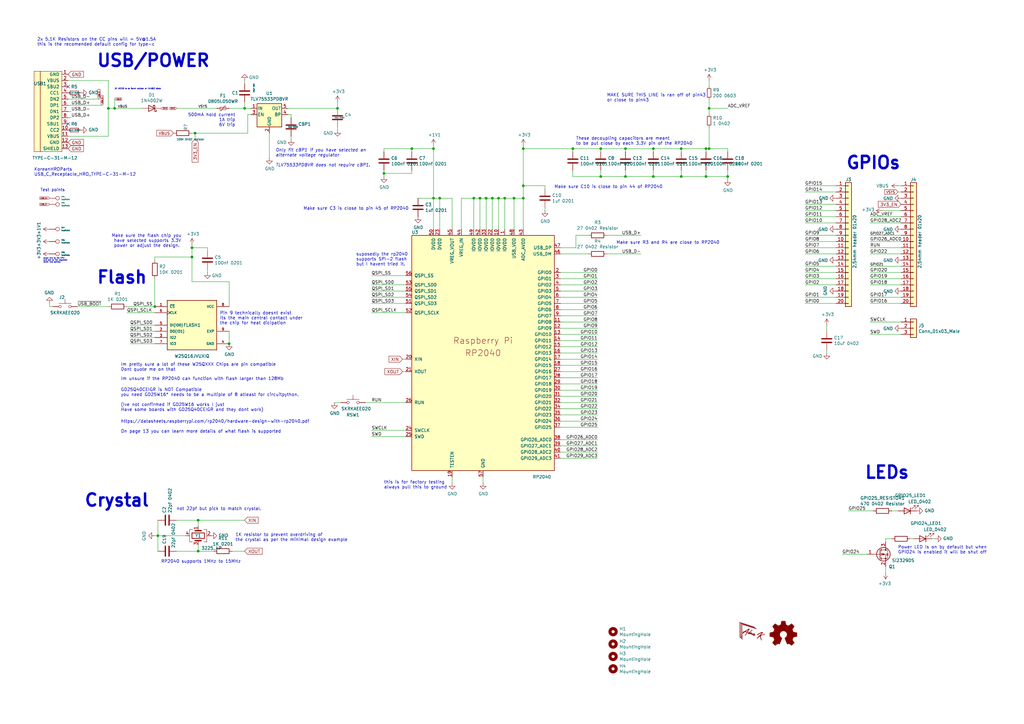
<source format=kicad_sch>
(kicad_sch (version 20211123) (generator eeschema)
  (paper "A3")
  (title_block (title "Raspberry Pi Pico Clone") (date "2020-12-18") (rev "REV1") (company "Envious.Design"))
  (junction (at 64.77 219.71))
  (junction (at 279.4 72.39))
  (junction (at 267.97 72.39))
  (junction (at 78.74 105.41))
  (junction (at 246.38 72.39))
  (junction (at 246.38 60.96))
  (junction (at 289.56 72.39))
  (junction (at 168.91 60.96))
  (junction (at 279.4 60.96))
  (junction (at 100.33 44.45))
  (junction (at 290.83 60.96))
  (junction (at 157.48 71.12))
  (junction (at 196.85 81.28))
  (junction (at 214.63 60.96))
  (junction (at 256.54 60.96))
  (junction (at 180.34 81.28))
  (junction (at 78.74 101.6))
  (junction (at 177.8 81.28))
  (junction (at 81.28 226.06))
  (junction (at 256.54 72.39))
  (junction (at 201.93 81.28))
  (junction (at 234.95 60.96))
  (junction (at 81.28 213.36))
  (junction (at 46.99 44.45))
  (junction (at 207.01 81.28))
  (junction (at 93.98 140.97))
  (junction (at 204.47 81.28))
  (junction (at 194.31 81.28))
  (junction (at 298.45 72.39))
  (junction (at 289.56 60.96))
  (junction (at 214.63 76.2))
  (junction (at 80.01 54.61))
  (junction (at 214.63 81.28))
  (junction (at 63.5 125.73))
  (junction (at 44.45 44.45))
  (junction (at 210.82 81.28))
  (junction (at 267.97 60.96))
  (junction (at 290.83 44.45))
  (junction (at 199.39 81.28))
  (junction (at 138.43 44.45))
  (junction (at 177.8 60.96))
  (no_connect (at 27.94 50.8))
  (no_connect (at 27.94 35.56))
  (wire (pts (xy 93.98 125.73) (xy 93.98 115.57)))
  (wire (pts (xy 229.87 104.14) (xy 241.3 104.14)))
  (wire (pts (xy 80.01 54.61) (xy 101.6 54.61)))
  (wire (pts (xy 199.39 81.28) (xy 201.93 81.28)))
  (wire (pts (xy 342.9 76.2) (xy 330.2 76.2)))
  (wire (pts (xy 177.8 81.28) (xy 177.8 93.98)))
  (wire (pts (xy 139.7 165.1) (xy 137.16 165.1)))
  (wire (pts (xy 214.63 81.28) (xy 214.63 93.98)))
  (wire (pts (xy 342.9 121.92) (xy 330.2 121.92)))
  (wire (pts (xy 229.87 185.42) (xy 245.11 185.42)))
  (wire (pts (xy 157.48 71.12) (xy 157.48 72.39)))
  (wire (pts (xy 63.5 114.3) (xy 63.5 125.73)))
  (wire (pts (xy 229.87 119.38) (xy 245.11 119.38)))
  (wire (pts (xy 290.83 44.45) (xy 290.83 46.99)))
  (wire (pts (xy 339.09 143.51) (xy 339.09 144.78)))
  (wire (pts (xy 289.56 69.85) (xy 289.56 72.39)))
  (wire (pts (xy 339.09 133.35) (xy 339.09 135.89)))
  (wire (pts (xy 53.34 135.89) (xy 63.5 135.89)))
  (wire (pts (xy 267.97 62.23) (xy 267.97 60.96)))
  (wire (pts (xy 214.63 76.2) (xy 223.52 76.2)))
  (wire (pts (xy 290.83 60.96) (xy 298.45 60.96)))
  (wire (pts (xy 279.4 62.23) (xy 279.4 60.96)))
  (wire (pts (xy 199.39 93.98) (xy 199.39 81.28)))
  (wire (pts (xy 27.94 40.64) (xy 40.64 40.64)))
  (wire (pts (xy 207.01 81.28) (xy 210.82 81.28)))
  (wire (pts (xy 229.87 154.94) (xy 245.11 154.94)))
  (wire (pts (xy 44.45 44.45) (xy 46.99 44.45)))
  (wire (pts (xy 85.09 101.6) (xy 78.74 101.6)))
  (wire (pts (xy 356.87 137.16) (xy 369.57 137.16)))
  (wire (pts (xy 363.22 234.95) (xy 363.22 232.41)))
  (wire (pts (xy 204.47 93.98) (xy 204.47 81.28)))
  (wire (pts (xy 177.8 59.69) (xy 177.8 60.96)))
  (wire (pts (xy 81.28 215.9) (xy 81.28 213.36)))
  (wire (pts (xy 214.63 60.96) (xy 234.95 60.96)))
  (wire (pts (xy 229.87 175.26) (xy 245.11 175.26)))
  (wire (pts (xy 185.42 93.98) (xy 185.42 81.28)))
  (wire (pts (xy 369.57 114.3) (xy 356.87 114.3)))
  (wire (pts (xy 81.28 213.36) (xy 100.33 213.36)))
  (wire (pts (xy 185.42 195.58) (xy 185.42 198.12)))
  (wire (pts (xy 85.09 102.87) (xy 85.09 101.6)))
  (wire (pts (xy 369.57 132.08) (xy 356.87 132.08)))
  (wire (pts (xy 229.87 137.16) (xy 245.11 137.16)))
  (wire (pts (xy 149.86 165.1) (xy 166.37 165.1)))
  (wire (pts (xy 290.83 60.96) (xy 290.83 52.07)))
  (wire (pts (xy 330.2 104.14) (xy 342.9 104.14)))
  (wire (pts (xy 229.87 182.88) (xy 245.11 182.88)))
  (wire (pts (xy 166.37 152.4) (xy 165.1 152.4)))
  (wire (pts (xy 78.74 105.41) (xy 78.74 115.57)))
  (wire (pts (xy 119.38 46.99) (xy 118.11 46.99)))
  (wire (pts (xy 20.32 125.73) (xy 20.32 124.46)))
  (wire (pts (xy 85.09 110.49) (xy 85.09 111.76)))
  (wire (pts (xy 236.22 96.52) (xy 241.3 96.52)))
  (wire (pts (xy 229.87 134.62) (xy 245.11 134.62)))
  (wire (pts (xy 298.45 73.66) (xy 298.45 72.39)))
  (wire (pts (xy 64.77 219.71) (xy 64.77 213.36)))
  (wire (pts (xy 368.3 76.2) (xy 369.57 76.2)))
  (wire (pts (xy 201.93 81.28) (xy 204.47 81.28)))
  (wire (pts (xy 369.57 88.9) (xy 356.87 88.9)))
  (wire (pts (xy 342.9 101.6) (xy 330.2 101.6)))
  (wire (pts (xy 229.87 167.64) (xy 245.11 167.64)))
  (wire (pts (xy 87.63 226.06) (xy 81.28 226.06)))
  (wire (pts (xy 166.37 128.27) (xy 152.4 128.27)))
  (wire (pts (xy 194.31 81.28) (xy 196.85 81.28)))
  (wire (pts (xy 369.57 96.52) (xy 356.87 96.52)))
  (wire (pts (xy 101.6 46.99) (xy 101.6 54.61)))
  (wire (pts (xy 138.43 41.91) (xy 138.43 44.45)))
  (wire (pts (xy 180.34 81.28) (xy 177.8 81.28)))
  (wire (pts (xy 246.38 62.23) (xy 246.38 60.96)))
  (wire (pts (xy 100.33 34.29) (xy 100.33 33.02)))
  (wire (pts (xy 290.83 40.64) (xy 290.83 44.45)))
  (wire (pts (xy 234.95 69.85) (xy 234.95 72.39)))
  (wire (pts (xy 44.45 44.45) (xy 44.45 55.88)))
  (wire (pts (xy 229.87 157.48) (xy 245.11 157.48)))
  (wire (pts (xy 289.56 72.39) (xy 279.4 72.39)))
  (wire (pts (xy 374.65 220.98) (xy 373.38 220.98)))
  (wire (pts (xy 248.92 104.14) (xy 262.89 104.14)))
  (wire (pts (xy 152.4 121.92) (xy 166.37 121.92)))
  (wire (pts (xy 369.57 78.74) (xy 368.3 78.74)))
  (wire (pts (xy 21.59 125.73) (xy 20.32 125.73)))
  (wire (pts (xy 369.57 121.92) (xy 356.87 121.92)))
  (wire (pts (xy 168.91 62.23) (xy 168.91 60.96)))
  (wire (pts (xy 345.44 227.33) (xy 355.6 227.33)))
  (wire (pts (xy 214.63 59.69) (xy 214.63 60.96)))
  (wire (pts (xy 64.77 226.06) (xy 64.77 219.71)))
  (wire (pts (xy 93.98 140.97) (xy 93.98 135.89)))
  (wire (pts (xy 189.23 81.28) (xy 194.31 81.28)))
  (wire (pts (xy 166.37 176.53) (xy 152.4 176.53)))
  (wire (pts (xy 81.28 226.06) (xy 72.39 226.06)))
  (wire (pts (xy 81.28 226.06) (xy 81.28 223.52)))
  (wire (pts (xy 168.91 60.96) (xy 177.8 60.96)))
  (wire (pts (xy 356.87 101.6) (xy 369.57 101.6)))
  (wire (pts (xy 289.56 72.39) (xy 298.45 72.39)))
  (wire (pts (xy 365.76 209.55) (xy 368.3 209.55)))
  (wire (pts (xy 229.87 165.1) (xy 245.11 165.1)))
  (wire (pts (xy 44.45 55.88) (xy 27.94 55.88)))
  (wire (pts (xy 100.33 44.45) (xy 102.87 44.45)))
  (wire (pts (xy 229.87 111.76) (xy 245.11 111.76)))
  (wire (pts (xy 80.01 54.61) (xy 80.01 57.15)))
  (wire (pts (xy 279.4 72.39) (xy 267.97 72.39)))
  (wire (pts (xy 342.9 124.46) (xy 330.2 124.46)))
  (wire (pts (xy 289.56 60.96) (xy 289.56 62.23)))
  (wire (pts (xy 229.87 170.18) (xy 245.11 170.18)))
  (wire (pts (xy 267.97 72.39) (xy 256.54 72.39)))
  (wire (pts (xy 52.07 125.73) (xy 63.5 125.73)))
  (wire (pts (xy 342.9 111.76) (xy 330.2 111.76)))
  (wire (pts (xy 229.87 101.6) (xy 236.22 101.6)))
  (wire (pts (xy 196.85 93.98) (xy 196.85 81.28)))
  (wire (pts (xy 342.9 116.84) (xy 330.2 116.84)))
  (wire (pts (xy 44.45 125.73) (xy 31.75 125.73)))
  (wire (pts (xy 298.45 69.85) (xy 298.45 72.39)))
  (wire (pts (xy 369.57 124.46) (xy 356.87 124.46)))
  (wire (pts (xy 358.14 209.55) (xy 347.98 209.55)))
  (wire (pts (xy 72.39 44.45) (xy 88.9 44.45)))
  (wire (pts (xy 248.92 96.52) (xy 262.89 96.52)))
  (wire (pts (xy 246.38 60.96) (xy 256.54 60.96)))
  (wire (pts (xy 210.82 93.98) (xy 210.82 81.28)))
  (wire (pts (xy 342.9 99.06) (xy 330.2 99.06)))
  (wire (pts (xy 118.11 44.45) (xy 138.43 44.45)))
  (wire (pts (xy 229.87 149.86) (xy 245.11 149.86)))
  (wire (pts (xy 44.45 33.02) (xy 44.45 44.45)))
  (wire (pts (xy 223.52 77.47) (xy 223.52 76.2)))
  (wire (pts (xy 64.77 219.71) (xy 63.5 219.71)))
  (wire (pts (xy 256.54 62.23) (xy 256.54 60.96)))
  (wire (pts (xy 236.22 96.52) (xy 236.22 101.6)))
  (wire (pts (xy 369.57 99.06) (xy 356.87 99.06)))
  (wire (pts (xy 342.9 114.3) (xy 330.2 114.3)))
  (wire (pts (xy 95.25 226.06) (xy 100.33 226.06)))
  (wire (pts (xy 382.27 220.98) (xy 383.54 220.98)))
  (wire (pts (xy 194.31 93.98) (xy 194.31 81.28)))
  (wire (pts (xy 166.37 113.03) (xy 152.4 113.03)))
  (wire (pts (xy 177.8 60.96) (xy 177.8 81.28)))
  (wire (pts (xy 369.57 91.44) (xy 356.87 91.44)))
  (wire (pts (xy 256.54 69.85) (xy 256.54 72.39)))
  (wire (pts (xy 342.9 78.74) (xy 330.2 78.74)))
  (wire (pts (xy 157.48 60.96) (xy 168.91 60.96)))
  (wire (pts (xy 229.87 160.02) (xy 245.11 160.02)))
  (wire (pts (xy 152.4 116.84) (xy 166.37 116.84)))
  (wire (pts (xy 369.57 104.14) (xy 356.87 104.14)))
  (wire (pts (xy 210.82 81.28) (xy 214.63 81.28)))
  (wire (pts (xy 363.22 220.98) (xy 365.76 220.98)))
  (wire (pts (xy 27.94 33.02) (xy 44.45 33.02)))
  (wire (pts (xy 46.99 44.45) (xy 46.99 40.64)))
  (wire (pts (xy 256.54 60.96) (xy 267.97 60.96)))
  (wire (pts (xy 229.87 116.84) (xy 245.11 116.84)))
  (wire (pts (xy 180.34 93.98) (xy 180.34 81.28)))
  (wire (pts (xy 342.9 96.52) (xy 330.2 96.52)))
  (wire (pts (xy 342.9 86.36) (xy 330.2 86.36)))
  (wire (pts (xy 27.94 45.72) (xy 29.21 45.72)))
  (wire (pts (xy 101.6 46.99) (xy 102.87 46.99)))
  (wire (pts (xy 214.63 60.96) (xy 214.63 76.2)))
  (wire (pts (xy 330.2 91.44) (xy 342.9 91.44)))
  (wire (pts (xy 234.95 60.96) (xy 246.38 60.96)))
  (wire (pts (xy 229.87 114.3) (xy 245.11 114.3)))
  (wire (pts (xy 110.49 54.61) (xy 110.49 64.77)))
  (wire (pts (xy 201.93 93.98) (xy 201.93 81.28)))
  (wire (pts (xy 52.07 128.27) (xy 63.5 128.27)))
  (wire (pts (xy 138.43 52.07) (xy 138.43 53.34)))
  (wire (pts (xy 63.5 105.41) (xy 78.74 105.41)))
  (wire (pts (xy 223.52 85.09) (xy 223.52 86.36)))
  (wire (pts (xy 342.9 88.9) (xy 330.2 88.9)))
  (wire (pts (xy 229.87 121.92) (xy 245.11 121.92)))
  (wire (pts (xy 234.95 72.39) (xy 246.38 72.39)))
  (wire (pts (xy 246.38 72.39) (xy 256.54 72.39)))
  (wire (pts (xy 207.01 81.28) (xy 207.01 93.98)))
  (wire (pts (xy 229.87 162.56) (xy 245.11 162.56)))
  (wire (pts (xy 361.95 86.36) (xy 369.57 86.36)))
  (wire (pts (xy 157.48 71.12) (xy 168.91 71.12)))
  (wire (pts (xy 369.57 116.84) (xy 356.87 116.84)))
  (wire (pts (xy 152.4 124.46) (xy 166.37 124.46)))
  (wire (pts (xy 229.87 187.96) (xy 245.11 187.96)))
  (wire (pts (xy 246.38 72.39) (xy 246.38 69.85)))
  (wire (pts (xy 229.87 180.34) (xy 245.11 180.34)))
  (wire (pts (xy 229.87 142.24) (xy 245.11 142.24)))
  (wire (pts (xy 78.74 115.57) (xy 93.98 115.57)))
  (wire (pts (xy 72.39 213.36) (xy 81.28 213.36)))
  (wire (pts (xy 189.23 93.98) (xy 189.23 81.28)))
  (wire (pts (xy 168.91 71.12) (xy 168.91 69.85)))
  (wire (pts (xy 229.87 129.54) (xy 245.11 129.54)))
  (wire (pts (xy 229.87 144.78) (xy 245.11 144.78)))
  (wire (pts (xy 64.77 219.71) (xy 76.2 219.71)))
  (wire (pts (xy 290.83 33.02) (xy 290.83 35.56)))
  (wire (pts (xy 204.47 81.28) (xy 207.01 81.28)))
  (wire (pts (xy 119.38 48.26) (xy 119.38 46.99)))
  (wire (pts (xy 279.4 60.96) (xy 289.56 60.96)))
  (wire (pts (xy 63.5 133.35) (xy 53.34 133.35)))
  (wire (pts (xy 369.57 109.22) (xy 356.87 109.22)))
  (wire (pts (xy 289.56 60.96) (xy 290.83 60.96)))
  (wire (pts (xy 152.4 119.38) (xy 166.37 119.38)))
  (wire (pts (xy 165.1 147.32) (xy 166.37 147.32)))
  (wire (pts (xy 157.48 69.85) (xy 157.48 71.12)))
  (wire (pts (xy 27.94 48.26) (xy 29.21 48.26)))
  (wire (pts (xy 78.74 54.61) (xy 80.01 54.61)))
  (wire (pts (xy 100.33 41.91) (xy 100.33 44.45)))
  (wire (pts (xy 330.2 109.22) (xy 342.9 109.22)))
  (wire (pts (xy 196.85 81.28) (xy 199.39 81.28)))
  (wire (pts (xy 279.4 69.85) (xy 279.4 72.39)))
  (wire (pts (xy 229.87 152.4) (xy 245.11 152.4)))
  (wire (pts (xy 63.5 138.43) (xy 53.34 138.43)))
  (wire (pts (xy 363.22 222.25) (xy 363.22 220.98)))
  (wire (pts (xy 157.48 62.23) (xy 157.48 60.96)))
  (wire (pts (xy 229.87 124.46) (xy 245.11 124.46)))
  (wire (pts (xy 229.87 132.08) (xy 245.11 132.08)))
  (wire (pts (xy 119.38 57.15) (xy 119.38 55.88)))
  (wire (pts (xy 229.87 172.72) (xy 245.11 172.72)))
  (wire (pts (xy 234.95 62.23) (xy 234.95 60.96)))
  (wire (pts (xy 369.57 111.76) (xy 356.87 111.76)))
  (wire (pts (xy 342.9 83.82) (xy 330.2 83.82)))
  (wire (pts (xy 185.42 81.28) (xy 180.34 81.28)))
  (wire (pts (xy 267.97 69.85) (xy 267.97 72.39)))
  (wire (pts (xy 298.45 60.96) (xy 298.45 62.23)))
  (wire (pts (xy 78.74 100.33) (xy 78.74 101.6)))
  (wire (pts (xy 78.74 101.6) (xy 78.74 105.41)))
  (wire (pts (xy 63.5 140.97) (xy 53.34 140.97)))
  (wire (pts (xy 46.99 44.45) (xy 58.42 44.45)))
  (wire (pts (xy 267.97 60.96) (xy 279.4 60.96)))
  (wire (pts (xy 27.94 43.18) (xy 41.91 43.18)))
  (wire (pts (xy 63.5 106.68) (xy 63.5 105.41)))
  (wire (pts (xy 290.83 44.45) (xy 298.45 44.45)))
  (wire (pts (xy 229.87 127) (xy 245.11 127)))
  (wire (pts (xy 214.63 76.2) (xy 214.63 81.28)))
  (wire (pts (xy 198.12 195.58) (xy 198.12 198.12)))
  (wire (pts (xy 229.87 139.7) (xy 245.11 139.7)))
  (wire (pts (xy 229.87 147.32) (xy 245.11 147.32)))
  (wire (pts (xy 177.8 81.28) (xy 171.45 81.28)))
  (wire (pts (xy 166.37 179.07) (xy 152.4 179.07)))
  (wire (pts (xy 93.98 44.45) (xy 100.33 44.45)))
  (text "D1 NEEDS to be 0omh resistor or 1N4002 diode" (at 46.99 36.83 0) (effects (font (size 0.508 0.508)) (justify left bottom)))
  (text "Make sure C10 is close to pin 44 of RP2040" (at 227.33 77.47 0) (effects (font (size 1.27 1.27)) (justify left bottom)))
  (text "Crystal" (at 34.29 208.28 0) (effects (font (size 5.0038 5.0038) (thickness 1.0008) bold) (justify left bottom)))
  (text "https://datasheets.raspberrypi.com/rp2040/hardware-design-with-rp2040.pdf\n\nOn page 13 you can learn more details of what flash is supported\n" (at 49.53 177.8 0) (effects (font (size 1.27 1.27)) (justify left bottom)))
  (text "Make sure R3 and R4 are close to RP2040" (at 252.73 100.33 0) (effects (font (size 1.27 1.27)) (justify left bottom)))
  (text "500mA hold current\n1A trip\n6V trip" (at 96.52 52.07 180) (effects (font (size 1.27 1.27)) (justify right bottom)))
  (text "not 22pf but pick to match crystal." (at 72.39 209.55 0) (effects (font (size 1.27 1.27)) (justify left bottom)))
  (text "LEDs" (at 354.33 196.85 0) (effects (font (size 5.0038 5.0038) (thickness 1.0008) bold) (justify left bottom)))
  (text "USB/POWER" (at 39.37 27.94 0) (effects (font (size 5.0038 5.0038) (thickness 1.0008) bold) (justify left bottom)))
  (text "Im unsure if the RP2040 can function with flash larger than 128Mb" (at 49.53 156.21 0) (effects (font (size 1.27 1.27)) (justify left bottom)))
  (text "1K resistor to prevent overdriving of \nthe crystal as per the minimal design example" (at 96.52 222.25 0) (effects (font (size 1.27 1.27)) (justify left bottom)))
  (text "Test points" (at 16.51 78.74 0) (effects (font (size 1.1938 1.1938)) (justify left bottom)))
  (text "Im pretty sure a lot of these W25QXXX Chips are pin compatible\nDont quote me on that" (at 49.53 152.4 0) (effects (font (size 1.27 1.27)) (justify left bottom)))
  (text "GD25Q40CEIGR is NOT Compatible\nyou need GD25W16* needs to be a multiple of 8 atleast for circuitpython.\n\n(Ive not confirmed if GD25W16 works I just \nHave some boards with GD25Q40CEIGR and they dont work)" (at 49.53 168.91 0) (effects (font (size 1.27 1.27)) (justify left bottom)))
  (text "Flash" (at 39.37 116.84 0) (effects (font (size 5.0038 5.0038) (thickness 1.0008) bold) (justify left bottom)))
  (text "this is for factory testing\nalways pull this to ground" (at 157.48 200.66 0) (effects (font (size 1.27 1.27)) (justify left bottom)))
  (text "place one by the CPU\nand one by the regulator\n(3.3V Test points)" (at 17.78 107.95 0) (effects (font (size 0.508 0.508)) (justify left bottom)))
  (text "RP2040 supports 1MHz to 15MHz" (at 66.04 231.14 0) (effects (font (size 1.27 1.27)) (justify left bottom)))
  (text "Make sure C3 is close to pin 45 of RP2040" (at 167.64 86.36 180) (effects (font (size 1.27 1.27)) (justify right bottom)))
  (text "Power LED is on by default but when\nGPIO24 is enabled it will be shut off" (at 368.3 227.33 0) (effects (font (size 1.27 1.27)) (justify left bottom)))
  (text "Pin 9 technically doesnt exist\nits the main central contact under\nthe chip for heat dicipation" (at 90.17 133.35 0) (effects (font (size 1.27 1.27)) (justify left bottom)))
  (text "These decoupling capacitors are meant\nto be put close by each 3.3V pin of the RP2040" (at 236.22 59.69 0) (effects (font (size 1.27 1.27)) (justify left bottom)))
  (text "KoreanHROParts \nUSB_C_Receptacle_HRO_TYPE-C-31-M-12" (at 13.97 72.39 0) (effects (font (size 1.27 1.27)) (justify left bottom)))
  (text "Make sure the flash chip you\n have selected supports 3.3V\n power or adjust the design." (at 45.72 101.6 0) (effects (font (size 1.27 1.27)) (justify left bottom)))
  (text "Only fit cBP1 if you have selected an \nalternate voltage regulator\n\nTLV75533PDBVR does not require cBP1." (at 113.03 68.58 0) (effects (font (size 1.27 1.27) italic) (justify left bottom)))
  (text "GPIOs" (at 346.71 69.85 0) (effects (font (size 5.0038 5.0038) (thickness 1.0008) bold) (justify left bottom)))
  (text "2x 5.1K Resistors on the CC pins will = 5V@1.5A\nthis is the recomended default config for type-c" (at 15.24 19.05 0) (effects (font (size 1.27 1.27)) (justify left bottom)))
  (text "suposedly the rp2040\nsupports SPI-2 flash\nbut I havent tried it.\n" (at 146.05 109.22 0) (effects (font (size 1.27 1.27)) (justify left bottom)))
  (text "MAKE SURE THIS LINE is ran off of pin43\nor close to pin43" (at 248.92 41.91 0) (effects (font (size 1.27 1.27)) (justify left bottom)))
  (label "GPIO6" (at 245.11 127 180))
  (label "ADC_VREF" (at 298.45 44.45 0))
  (label "GPIO13" (at 330.2 83.82 0))
  (label "GPIO0" (at 330.2 124.46 0))
  (label "GPIO14" (at 330.2 78.74 0))
  (label "GPIO6" (at 330.2 104.14 0))
  (label "~{USB_BOOT}" (at 31.75 125.73 0))
  (label "GPIO16" (at 245.11 152.4 180))
  (label "GPIO28_ADC2" (at 356.87 91.44 0))
  (label "GPIO10" (at 330.2 91.44 0))
  (label "GPIO21" (at 245.11 165.1 180))
  (label "GPIO2" (at 245.11 116.84 180))
  (label "USB_D-" (at 262.89 104.14 180))
  (label "GPIO19" (at 245.11 160.02 180))
  (label "GPIO8" (at 330.2 99.06 0))
  (label "GPIO28_ADC2" (at 245.11 185.42 180))
  (label "QSPI_SS" (at 54.61 125.73 0))
  (label "GPIO4" (at 330.2 111.76 0))
  (label "SWCLK" (at 356.87 132.08 0))
  (label "GPIO1" (at 245.11 114.3 180))
  (label "GPIO15" (at 245.11 149.86 180))
  (label "QSPI_SD0" (at 152.4 116.84 0))
  (label "GPIO11" (at 245.11 139.7 180))
  (label "GPIO21" (at 356.87 109.22 0) (effects (font (size 0.9906 0.9906))))
  (label "GPIO12" (at 245.11 142.24 180))
  (label "GPIO16" (at 356.87 124.46 0))
  (label "GPIO27_ADC1" (at 356.87 96.52 0) (effects (font (size 0.9906 0.9906))))
  (label "QSPI_SD1" (at 152.4 119.38 0))
  (label "GPIO5" (at 330.2 109.22 0))
  (label "GPIO1" (at 330.2 121.92 0))
  (label "QSPI_SS" (at 152.4 113.03 0))
  (label "GPIO19" (at 356.87 114.3 0))
  (label "USB_D+" (at 29.21 43.18 0))
  (label "GPIO5" (at 245.11 124.46 180))
  (label "GPIO22" (at 245.11 167.64 180))
  (label "GPIO9" (at 245.11 134.62 180))
  (label "GPIO20" (at 356.87 111.76 0))
  (label "GPIO7" (at 245.11 129.54 180))
  (label "GPIO18" (at 245.11 157.48 180))
  (label "GPIO3" (at 245.11 119.38 180))
  (label "RUN" (at 356.87 101.6 0))
  (label "QSPI_SD2" (at 53.34 138.43 0))
  (label "GPIO22" (at 356.87 104.14 0))
  (label "GPIO14" (at 245.11 147.32 180))
  (label "GPIO29_ADC3" (at 245.11 187.96 180))
  (label "USB_D-" (at 29.21 45.72 0))
  (label "GPIO24" (at 245.11 172.72 180))
  (label "QSPI_SD3" (at 53.34 140.97 0))
  (label "QSPI_SCLK" (at 152.4 128.27 0))
  (label "VBUS" (at 48.26 44.45 0) (effects (font (size 0.9906 0.9906))))
  (label "GPIO26_ADC0" (at 356.87 99.06 0))
  (label "GPIO17" (at 245.11 154.94 180))
  (label "GPIO12" (at 330.2 86.36 0))
  (label "RUN" (at 152.4 165.1 0))
  (label "USB_D+" (at 29.21 48.26 0))
  (label "GPIO23" (at 245.11 170.18 180))
  (label "GPIO25" (at 245.11 175.26 180))
  (label "GPIO18" (at 356.87 116.84 0))
  (label "GPIO25" (at 347.98 209.55 0))
  (label "GPIO17" (at 356.87 121.92 0))
  (label "GPIO9" (at 330.2 96.52 0))
  (label "GPIO24" (at 345.44 227.33 0))
  (label "GPIO20" (at 245.11 162.56 180))
  (label "USB_D+" (at 262.89 96.52 180))
  (label "GPIO13" (at 245.11 144.78 180))
  (label "VSYS" (at 81.28 44.45 0) (effects (font (size 0.9906 0.9906))))
  (label "QSPI_SCLK" (at 52.07 128.27 0))
  (label "QSPI_SD2" (at 152.4 121.92 0))
  (label "SWD" (at 152.4 179.07 0))
  (label "QSPI_SD0" (at 53.34 133.35 0))
  (label "GPIO0" (at 245.11 111.76 180))
  (label "GPIO15" (at 330.2 76.2 0))
  (label "GPIO27_ADC1" (at 245.11 182.88 180))
  (label "GPIO3" (at 330.2 114.3 0))
  (label "SWCLK" (at 152.4 176.53 0))
  (label "QSPI_SD1" (at 53.34 135.89 0))
  (label "GPIO26_ADC0" (at 245.11 180.34 180))
  (label "QSPI_SD3" (at 152.4 124.46 0))
  (label "GPIO2" (at 330.2 116.84 0))
  (label "USB_D-" (at 29.21 40.64 0))
  (label "GPIO10" (at 245.11 137.16 180))
  (label "GPIO4" (at 245.11 121.92 180))
  (label "GPIO8" (at 245.11 132.08 180))
  (label "GPIO7" (at 330.2 101.6 0))
  (label "GPIO11" (at 330.2 88.9 0))
  (label "ADC_VREF" (at 356.87 88.9 0))
  (label "SWD" (at 356.87 137.16 0))
  (global_label "USB_D+" (shape input) (at 41.91 43.18 90) (effects (font (size 0.508 0.508))) (property "Intersheet References" "${INTERSHEET_REFS}" (effects hide)))
  (global_label "GND" (shape input) (at 27.94 60.96 0) (property "Intersheet References" "${INTERSHEET_REFS}" (effects hide)))
  (global_label "VBUS" (shape input) (at 71.12 54.61 180) (effects (font (size 1.1938 1.1938))) (property "Intersheet References" "${INTERSHEET_REFS}" (effects hide)))
  (global_label "XOUT" (shape input) (at 165.1 152.4 180) (property "Intersheet References" "${INTERSHEET_REFS}" (effects hide)))
  (global_label "GND" (shape input) (at 27.94 58.42 0) (property "Intersheet References" "${INTERSHEET_REFS}" (effects hide)))
  (global_label "3V3_EN" (shape input) (at 80.01 57.15 270) (property "Intersheet References" "${INTERSHEET_REFS}" (effects hide)))
  (global_label "USB_D+" (shape input) (at 20.32 81.28 180) (effects (font (size 0.508 0.508))) (property "Intersheet References" "${INTERSHEET_REFS}" (effects hide)))
  (global_label "VSYS" (shape input) (at 66.04 44.45 0) (effects (font (size 0.508 0.508))) (property "Intersheet References" "${INTERSHEET_REFS}" (effects hide)))
  (global_label "GND" (shape input) (at 27.94 30.48 0) (property "Intersheet References" "${INTERSHEET_REFS}" (effects hide)))
  (global_label "XOUT" (shape input) (at 100.33 226.06 0) (property "Intersheet References" "${INTERSHEET_REFS}" (effects hide)))
  (global_label "VSYS" (shape input) (at 368.3 78.74 180) (effects (font (size 0.9906 0.9906))) (property "Intersheet References" "${INTERSHEET_REFS}" (effects hide)))
  (global_label "3V3_EN" (shape input) (at 369.57 83.82 180) (property "Intersheet References" "${INTERSHEET_REFS}" (effects hide)))
  (global_label "USB_D-" (shape input) (at 20.32 83.82 180) (effects (font (size 0.508 0.508))) (property "Intersheet References" "${INTERSHEET_REFS}" (effects hide)))
  (global_label "XIN" (shape input) (at 100.33 213.36 0) (property "Intersheet References" "${INTERSHEET_REFS}" (effects hide)))
  (global_label "USB_D-" (shape input) (at 40.64 40.64 90) (effects (font (size 0.508 0.508))) (property "Intersheet References" "${INTERSHEET_REFS}" (effects hide)))
  (global_label "XIN" (shape input) (at 165.1 147.32 180) (property "Intersheet References" "${INTERSHEET_REFS}" (effects hide)))
  (global_label "VSYS" (shape input) (at 72.39 44.45 180) (effects (font (size 0.508 0.508))) (property "Intersheet References" "${INTERSHEET_REFS}" (effects hide)))
  (global_label "VBUS" (shape input) (at 46.99 40.64 0) (effects (font (size 0.508 0.508))) (property "Intersheet References" "${INTERSHEET_REFS}" (effects hide)))
  (symbol (lib_id "MCU_RaspberryPi_RP2040:RP2040") (at 198.12 144.78 0) (unit 1)
    (property "Reference" "U3" (at 170.18 95.25 0))
    (property "Value" "RP2040" (at 222.25 195.58 0))
    (property "Footprint" "RP2040_minimal:RP2040-QFN-56" (effects hide))
    (property "LCSC" " C2040" (effects hide))
  )
  (symbol (lib_id "Device:C") (at 68.58 213.36 90) (unit 1)
    (property "Reference" "C2" (at 67.4116 210.439 0) (effects (justify left)))
    (property "Value" "22pf 0402" (at 69.723 210.439 0) (effects (justify left)))
    (property "Footprint" "Capacitor_SMD:C_0402_1005Metric" (effects hide))
    (property "LCSC" " " (effects hide))
  )
  (symbol (lib_id "power:+3V3") (at 78.74 100.33 0) (unit 1)
    (property "Reference" "#PWR07" (effects hide))
    (property "Value" "+3V3" (at 79.121 95.9358 0))
  )
  (symbol (lib_id "Device:R") (at 63.5 110.49 0) (unit 1)
    (property "Reference" "R2" (at 65.278 109.3216 0) (effects (justify left)))
    (property "Value" "10K 0201" (at 65.278 111.633 0) (effects (justify left)))
    (property "Footprint" "Capacitor_SMD:C_0201_0603Metric" (effects hide))
    (property "LCSC" "  " (effects hide))
  )
  (symbol (lib_id "Device:R") (at 48.26 125.73 270) (unit 1)
    (property "Reference" "R1" (at 48.26 120.4722 90))
    (property "Value" "1K 0201" (at 48.26 122.7836 90))
    (property "Footprint" "Capacitor_SMD:C_0201_0603Metric" (effects hide))
    (property "LCSC" " " (effects hide))
  )
  (symbol (lib_id "Device:C") (at 85.09 106.68 0) (unit 1)
    (property "Reference" "C5" (at 88.011 105.5116 0) (effects (justify left)))
    (property "Value" "100nf 0201" (at 88.011 107.823 0) (effects (justify left)))
    (property "Footprint" "Capacitor_SMD:C_0201_0603Metric" (effects hide))
    (property "LCSC" " " (effects hide))
  )
  (symbol (lib_id "power:GND") (at 85.09 111.76 0) (unit 1)
    (property "Reference" "#PWR011" (effects hide))
    (property "Value" "GND" (at 88.9 113.03 0))
  )
  (symbol (lib_id "Type-C:HRO-TYPE-C-31-M-12") (at 25.4 44.45 0) (unit 1)
    (property "Reference" "USB1" (at 19.05 34.29 0) (effects (justify right)))
    (property "Value" "TYPE-C-31-M-12" (at 31.75 64.77 0) (effects (justify right)))
    (property "Footprint" "HRO-TYPE-C31-M-12:HRO-TYPE-C-31-M-12" (effects hide))
    (property "LCSC" "C165948" (effects hide))
  )
  (symbol (lib_id "power:GND") (at 198.12 198.12 0) (unit 1)
    (property "Reference" "#PWR016" (effects hide))
    (property "Value" "GND" (at 198.247 202.5142 0))
  )
  (symbol (lib_id "power:GND") (at 185.42 198.12 0) (unit 1)
    (property "Reference" "#PWR015" (effects hide))
    (property "Value" "GND" (at 185.547 202.5142 0))
  )
  (symbol (lib_id "Device:R") (at 245.11 96.52 270) (unit 1)
    (property "Reference" "R3" (at 245.11 91.2622 90))
    (property "Value" "27 0402 Resistor" (at 245.11 93.5736 90))
    (property "Footprint" "Resistor_SMD:R_0402_1005Metric" (effects hide))
    (property "LCSC" " " (effects hide))
  )
  (symbol (lib_id "Device:R") (at 245.11 104.14 270) (unit 1)
    (property "Reference" "R4" (at 245.11 98.8822 90))
    (property "Value" "27 0402 Resistor" (at 245.11 101.1936 90))
    (property "Footprint" "Resistor_SMD:R_0402_1005Metric" (effects hide))
    (property "LCSC" " " (effects hide))
  )
  (symbol (lib_id "power:GND") (at 342.9 119.38 270) (mirror x) (unit 1)
    (property "Reference" "#PWR020" (effects hide))
    (property "Value" "GND" (at 338.5058 119.253 0))
  )
  (symbol (lib_id "power:+3V3") (at 214.63 59.69 0) (unit 1)
    (property "Reference" "#PWR017" (effects hide))
    (property "Value" "+3V3" (at 215.011 55.2958 0))
  )
  (symbol (lib_id "power:+1V1") (at 177.8 59.69 0) (unit 1)
    (property "Reference" "#PWR014" (effects hide))
    (property "Value" "+1V1" (at 178.181 55.2958 0))
  )
  (symbol (lib_id "Device:C") (at 234.95 66.04 0) (unit 1)
    (property "Reference" "C11" (at 237.871 64.8716 0) (effects (justify left)))
    (property "Value" "100nf 0201" (at 237.871 67.183 0) (effects (justify left)))
    (property "Footprint" "Capacitor_SMD:C_0201_0603Metric" (effects hide))
    (property "LCSC" " " (effects hide))
  )
  (symbol (lib_id "Device:C") (at 157.48 66.04 0) (unit 1)
    (property "Reference" "C6" (at 160.401 64.8716 0) (effects (justify left)))
    (property "Value" "100nf 0201" (at 160.401 67.183 0) (effects (justify left)))
    (property "Footprint" "Capacitor_SMD:C_0201_0603Metric" (effects hide))
    (property "LCSC" " " (effects hide))
  )
  (symbol (lib_id "Device:C") (at 168.91 66.04 0) (unit 1)
    (property "Reference" "C7" (at 171.831 64.8716 0) (effects (justify left)))
    (property "Value" "100nf 0201" (at 171.831 67.183 0) (effects (justify left)))
    (property "Footprint" "Capacitor_SMD:C_0201_0603Metric" (effects hide))
    (property "LCSC" " " (effects hide))
  )
  (symbol (lib_id "Device:C") (at 223.52 81.28 0) (unit 1)
    (property "Reference" "C10" (at 226.441 80.1116 0) (effects (justify left)))
    (property "Value" "1uf 0201" (at 226.441 82.423 0) (effects (justify left)))
    (property "Footprint" "Capacitor_SMD:C_0201_0603Metric" (effects hide))
    (property "LCSC" " " (effects hide))
  )
  (symbol (lib_id "Mechanical:MountingHole") (at 251.46 259.08 0) (unit 1)
    (property "Reference" "H1" (at 254 257.9116 0) (effects (justify left)))
    (property "Value" "MountingHole" (at 254 260.223 0) (effects (justify left)))
    (property "Footprint" "MountingHole:MountingHole_2.2mm_M2" (effects hide))
    (property "LCSC" " " (effects hide))
  )
  (symbol (lib_id "Mechanical:MountingHole") (at 251.46 264.16 0) (unit 1)
    (property "Reference" "H2" (at 254 262.9916 0) (effects (justify left)))
    (property "Value" "MountingHole" (at 254 265.303 0) (effects (justify left)))
    (property "Footprint" "MountingHole:MountingHole_2.2mm_M2" (effects hide))
    (property "LCSC" " " (effects hide))
  )
  (symbol (lib_id "Mechanical:MountingHole") (at 251.46 269.24 0) (unit 1)
    (property "Reference" "H3" (at 254 268.0716 0) (effects (justify left)))
    (property "Value" "MountingHole" (at 254 270.383 0) (effects (justify left)))
    (property "Footprint" "MountingHole:MountingHole_2.2mm_M2" (effects hide))
    (property "LCSC" " " (effects hide))
  )
  (symbol (lib_id "Mechanical:MountingHole") (at 251.46 274.32 0) (unit 1)
    (property "Reference" "H4" (at 254 273.1516 0) (effects (justify left)))
    (property "Value" "MountingHole" (at 254 275.463 0) (effects (justify left)))
    (property "Footprint" "MountingHole:MountingHole_2.2mm_M2" (effects hide))
    (property "LCSC" " " (effects hide))
  )
  (symbol (lib_id "power:GND") (at 157.48 72.39 0) (unit 1)
    (property "Reference" "#PWR012" (effects hide))
    (property "Value" "GND" (at 157.607 76.7842 0))
  )
  (symbol (lib_id "power:GND") (at 223.52 86.36 0) (unit 1)
    (property "Reference" "#PWR018" (effects hide))
    (property "Value" "GND" (at 223.647 90.7542 0))
  )
  (symbol (lib_id "power:VBUS") (at 368.3 76.2 90) (unit 1)
    (property "Reference" "#PWR03" (effects hide))
    (property "Value" "VBUS" (at 361.95 76.2 90))
  )
  (symbol (lib_id "power:+3V3") (at 138.43 41.91 0) (unit 1)
    (property "Reference" "#PWR09" (effects hide))
    (property "Value" "+3V3" (at 138.811 37.5158 0))
  )
  (symbol (lib_id "Device:C") (at 100.33 38.1 180) (unit 1)
    (property "Reference" "C1" (at 97.79 38.1 0) (effects (justify left)))
    (property "Value" "10uf 402" (at 104.14 34.29 90) (effects (font (size 0.508 0.508)) (justify left)))
    (property "Footprint" "Capacitor_SMD:C_0402_1005Metric" (effects hide))
    (property "LCSC" " " (effects hide))
  )
  (symbol (lib_id "power:GND") (at 100.33 33.02 180) (unit 1)
    (property "Reference" "#PWR04" (effects hide))
    (property "Value" "GND" (at 104.14 31.75 0))
  )
  (symbol (lib_id "power:+3V3") (at 339.09 133.35 0) (unit 1)
    (property "Reference" "#PWR024" (effects hide))
    (property "Value" "+3V3" (at 339.471 128.9558 0))
  )
  (symbol (lib_id "Device:C") (at 339.09 139.7 0) (unit 1)
    (property "Reference" "C17" (at 342.011 138.5316 0) (effects (justify left)))
    (property "Value" "10uf 0402" (at 342.011 140.843 0) (effects (justify left)))
    (property "Footprint" "Capacitor_SMD:C_0402_1005Metric" (effects hide))
    (property "LCSC" " " (effects hide))
  )
  (symbol (lib_id "power:GND") (at 339.09 144.78 0) (unit 1)
    (property "Reference" "#PWR025" (effects hide))
    (property "Value" "GND" (at 335.28 146.05 0))
  )
  (symbol (lib_id "Switch:SW_Push") (at 26.67 125.73 0) (mirror y) (unit 1)
    (property "Reference" "J2" (at 25.4 121.92 0))
    (property "Value" "SKRKAEE020" (at 26.67 128.27 0))
    (property "Footprint" "Button_Switch_SMD:SW_Push_SPST_NO_Alps_SKRK" (effects hide))
    (property "LCSC" " " (effects hide))
  )
  (symbol (lib_id "power:GND") (at 20.32 124.46 180) (unit 1)
    (property "Reference" "#PWR02" (effects hide))
    (property "Value" "GND" (at 20.193 120.0658 0))
  )
  (symbol (lib_id "Connector_Generic:Conn_01x20") (at 374.65 99.06 0) (unit 1)
    (property "Reference" "J4" (at 374.65 73.66 0))
    (property "Value" "2.54mm header 01x20" (at 377.19 99.06 90))
    (property "Footprint" "Connector_PinHeader_2.54mm:PinHeader_1x20_P2.54mm_Vertical" (effects hide))
    (property "LCSC" " " (effects hide))
  )
  (symbol (lib_id "Connector_Generic:Conn_01x20") (at 347.98 99.06 0) (unit 1)
    (property "Reference" "J3" (at 347.98 73.66 0))
    (property "Value" "2.54mm header 01x20" (at 350.52 99.06 90))
    (property "Footprint" "Connector_PinHeader_2.54mm:PinHeader_1x20_P2.54mm_Vertical" (effects hide))
    (property "LCSC" " " (effects hide))
  )
  (symbol (lib_id "logo:LOGO") (at 308.61 259.08 0) (unit 1)
    (property "Reference" "#G1" (effects hide))
    (property "Value" "LOGO" (effects hide))
    (property "Footprint" "EnvExtras:logo" (effects hide))
  )
  (symbol (lib_id "power:GND") (at 171.45 88.9 0) (unit 1)
    (property "Reference" "#PWR06" (effects hide))
    (property "Value" "GND" (at 171.577 93.2942 0))
  )
  (symbol (lib_id "Device:C") (at 171.45 85.09 0) (unit 1)
    (property "Reference" "C3" (at 174.371 83.9216 0) (effects (justify left)))
    (property "Value" "1uf 0201" (at 174.371 86.233 0) (effects (justify left)))
    (property "Footprint" "Capacitor_SMD:C_0201_0603Metric" (effects hide))
    (property "LCSC" " " (effects hide))
  )
  (symbol (lib_id "Graphic:Logo_Open_Hardware_Small") (at 321.31 260.35 0) (unit 1)
    (property "Reference" "#LOGO1" (effects hide))
    (property "Value" "Logo_Open_Hardware_Small" (effects hide))
    (property "Footprint" "EnvExtras:logo" (effects hide))
  )
  (symbol (lib_id "Device:R") (at 74.93 54.61 270) (unit 1)
    (property "Reference" "R7" (at 76.2 50.8 0) (effects (justify left)))
    (property "Value" "100K 0402 resistor" (at 72.39 57.15 90) (effects (font (size 0.762 0.762)) (justify left)))
    (property "Footprint" "Resistor_SMD:R_0402_1005Metric" (effects hide))
    (property "LCSC" " " (effects hide))
  )
  (symbol (lib_id "power:GND") (at 93.98 140.97 0) (unit 1)
    (property "Reference" "#PWR0101" (effects hide))
    (property "Value" "GND" (at 94.107 145.3642 0))
  )
  (symbol (lib_id "Device:C") (at 246.38 66.04 0) (unit 1)
    (property "Reference" "C8" (at 249.301 64.8716 0) (effects (justify left)))
    (property "Value" "100nf 0201" (at 249.301 67.183 0) (effects (justify left)))
    (property "Footprint" "Capacitor_SMD:C_0201_0603Metric" (effects hide))
    (property "LCSC" " " (effects hide))
  )
  (symbol (lib_id "W25Q256JVEIQ_TR:W25Q256JVEIQ_TR") (at 78.74 133.35 0) (unit 1)
    (property "Reference" "FLASH1" (at 78.74 133.35 0))
    (property "Value" "W25Q16JVUXIQ" (at 78.74 146.05 0))
    (property "Footprint" "Package_SON:SON-8-1EP_3x2mm_P0.5mm_EP1.4x1.6mm" (effects hide))
    (property "LCSC" "  " (effects hide))
  )
  (symbol (lib_id "Device:C") (at 279.4 66.04 0) (unit 1)
    (property "Reference" "C15" (at 282.321 64.8716 0) (effects (justify left)))
    (property "Value" "100nf 0201" (at 282.321 67.183 0) (effects (justify left)))
    (property "Footprint" "Capacitor_SMD:C_0201_0603Metric" (effects hide))
    (property "LCSC" " " (effects hide))
  )
  (symbol (lib_id "Device:C") (at 267.97 66.04 0) (unit 1)
    (property "Reference" "C14" (at 270.891 64.8716 0) (effects (justify left)))
    (property "Value" "100nf 0201" (at 270.891 67.183 0) (effects (justify left)))
    (property "Footprint" "Capacitor_SMD:C_0201_0603Metric" (effects hide))
    (property "LCSC" " " (effects hide))
  )
  (symbol (lib_id "Device:C") (at 256.54 66.04 0) (unit 1)
    (property "Reference" "C13" (at 259.461 64.8716 0) (effects (justify left)))
    (property "Value" "100nf 0201" (at 259.461 67.183 0) (effects (justify left)))
    (property "Footprint" "Capacitor_SMD:C_0201_0603Metric" (effects hide))
    (property "LCSC" " " (effects hide))
  )
  (symbol (lib_id "power:GND") (at 298.45 73.66 0) (unit 1)
    (property "Reference" "#PWR08" (effects hide))
    (property "Value" "GND" (at 298.577 78.0542 0))
  )
  (symbol (lib_id "Device:R_Small") (at 30.48 53.34 270) (unit 1)
    (property "Reference" "R6" (at 30.48 50.8 90))
    (property "Value" "5.1K 0402" (at 30.48 53.34 90) (effects (font (size 0.508 0.508))))
    (property "Footprint" "Resistor_SMD:R_0402_1005Metric" (effects hide))
    (property "LCSC" " " (effects hide))
  )
  (symbol (lib_id "Device:R_Small") (at 30.48 38.1 270) (unit 1)
    (property "Reference" "R5" (at 30.48 35.56 90))
    (property "Value" "5.1K 0402" (at 30.48 38.1 90) (effects (font (size 0.508 0.508))))
    (property "Footprint" "Resistor_SMD:R_0402_1005Metric" (effects hide))
    (property "LCSC" " " (effects hide))
  )
  (symbol (lib_id "power:GND") (at 33.02 38.1 90) (unit 1)
    (property "Reference" "#PWR0108" (effects hide))
    (property "Value" "GND" (at 36.2712 37.973 90) (effects (justify right)))
  )
  (symbol (lib_id "power:GND") (at 33.02 53.34 90) (unit 1)
    (property "Reference" "#PWR0109" (effects hide))
    (property "Value" "GND" (at 36.2712 53.213 90) (effects (justify right)))
  )
  (symbol (lib_id "power:GND") (at 63.5 219.71 270) (unit 1)
    (property "Reference" "#PWR0107" (effects hide))
    (property "Value" "GND" (at 59.1058 219.837 0))
  )
  (symbol (lib_id "power:GND") (at 342.9 81.28 270) (unit 1)
    (property "Reference" "#PWR0102" (effects hide))
    (property "Value" "GND" (at 337.82 81.28 90))
  )
  (symbol (lib_id "power:GND") (at 342.9 93.98 270) (unit 1)
    (property "Reference" "#PWR0103" (effects hide))
    (property "Value" "GND" (at 339.6488 94.107 90) (effects (justify right)))
  )
  (symbol (lib_id "power:GND") (at 342.9 106.68 270) (unit 1)
    (property "Reference" "#PWR0104" (effects hide))
    (property "Value" "GND" (at 339.6488 106.807 90) (effects (justify right)))
  )
  (symbol (lib_id "power:+3V3") (at 361.95 86.36 90) (unit 1)
    (property "Reference" "#PWR029" (effects hide))
    (property "Value" "+3V3" (at 358.6988 85.979 90) (effects (justify left)))
  )
  (symbol (lib_id "power:GND") (at 369.57 93.98 270) (unit 1)
    (property "Reference" "#PWR030" (effects hide))
    (property "Value" "GND" (at 366.3188 94.107 90) (effects (justify right)))
  )
  (symbol (lib_id "power:GND") (at 369.57 106.68 270) (unit 1)
    (property "Reference" "#PWR031" (effects hide))
    (property "Value" "GND" (at 366.3188 106.807 90) (effects (justify right)))
  )
  (symbol (lib_id "power:GND") (at 369.57 119.38 270) (unit 1)
    (property "Reference" "#PWR032" (effects hide))
    (property "Value" "GND" (at 366.3188 119.507 90) (effects (justify right)))
  )
  (symbol (lib_id "Device:R") (at 361.95 209.55 270) (unit 1)
    (property "Reference" "GPIO25_RESISTOR1" (at 361.95 204.2922 90))
    (property "Value" "470 0402 Resistor" (at 361.95 206.6036 90))
    (property "Footprint" "Resistor_SMD:R_0402_1005Metric" (effects hide))
    (property "LCSC" " " (effects hide))
  )
  (symbol (lib_id "Device:LED") (at 372.11 209.55 180) (unit 1)
    (property "Reference" "GPIO25_LED1" (at 373.38 203.2 0))
    (property "Value" "LED_0402" (at 377.19 205.74 0))
    (property "Footprint" "LED_SMD:LED_0402_1005Metric" (effects hide))
    (property "LCSC" " " (effects hide))
  )
  (symbol (lib_id "power:GND") (at 375.92 209.55 90) (unit 1)
    (property "Reference" "#PWR033" (effects hide))
    (property "Value" "GND" (at 379.1712 209.423 90) (effects (justify right)))
  )
  (symbol (lib_id "Connector_Generic:Conn_01x03") (at 374.65 134.62 0) (unit 1)
    (property "Reference" "J5" (at 376.682 133.5532 0) (effects (justify left)))
    (property "Value" "Conn_01x03_Male" (at 376.682 135.8646 0) (effects (justify left)))
    (property "Footprint" "Connector_PinHeader_2.54mm:PinHeader_1x03_P2.54mm_Vertical" (effects hide))
    (property "LCSC" " " (effects hide))
  )
  (symbol (lib_id "power:GND") (at 369.57 134.62 270) (unit 1)
    (property "Reference" "#PWR034" (effects hide))
    (property "Value" "GND" (at 366.3188 134.747 90) (effects (justify right)))
  )
  (symbol (lib_id "power:GND") (at 110.49 64.77 0) (unit 1)
    (property "Reference" "#PWR05" (effects hide))
    (property "Value" "GND" (at 110.617 69.1642 0))
  )
  (symbol (lib_id "Connector:TestPoint") (at 20.32 81.28 270) (unit 1)
    (property "Reference" "TP1" (at 25.0952 80.7212 90) (effects (font (size 0.508 0.508)) (justify left)))
    (property "Value" "TestPoint" (at 25.0952 81.8134 90) (effects (font (size 0.508 0.508)) (justify left)))
    (property "Footprint" "TestPoint:TestPoint_Pad_D1.0mm" (effects hide))
    (property "LCSC" " " (effects hide))
  )
  (symbol (lib_id "Connector:TestPoint") (at 20.32 83.82 270) (unit 1)
    (property "Reference" "TP2" (at 25.0952 83.2612 90) (effects (font (size 0.508 0.508)) (justify left)))
    (property "Value" "TestPoint" (at 25.0952 84.3534 90) (effects (font (size 0.508 0.508)) (justify left)))
    (property "Footprint" "TestPoint:TestPoint_Pad_D1.0mm" (effects hide))
    (property "LCSC" " " (effects hide))
  )
  (symbol (lib_id "Device:R_Small") (at 290.83 49.53 0) (unit 1)
    (property "Reference" "R10" (at 292.3286 48.3616 0) (effects (justify left)))
    (property "Value" "1 0402" (at 292.3286 50.673 0) (effects (justify left)))
    (property "Footprint" "Resistor_SMD:R_0402_1005Metric" (effects hide))
    (property "LCSC" " " (effects hide))
  )
  (symbol (lib_id "Device:R_Small") (at 290.83 38.1 0) (unit 1)
    (property "Reference" "R9" (at 292.3286 36.9316 0) (effects (justify left)))
    (property "Value" "200 0603" (at 292.3286 39.243 0) (effects (justify left)))
    (property "Footprint" "Resistor_SMD:R_0603_1608Metric" (effects hide))
    (property "LCSC" " " (effects hide))
  )
  (symbol (lib_id "power:+3.3V") (at 290.83 33.02 0) (unit 1)
    (property "Reference" "#PWR013" (effects hide))
    (property "Value" "+3.3V" (at 291.211 28.6258 0))
  )
  (symbol (lib_id "Device:D_Schottky") (at 62.23 44.45 180) (unit 1)
    (property "Reference" "D1" (at 62.23 38.9382 0))
    (property "Value" "1N4002W" (at 62.23 41.2496 0))
    (property "Footprint" "Diode_SMD:D_SOD-123" (effects hide))
    (property "LCSC" " " (effects hide))
  )
  (symbol (lib_id "Device:C") (at 138.43 48.26 0) (unit 1)
    (property "Reference" "C4" (at 141.351 47.0916 0) (effects (justify left)))
    (property "Value" "10uf 0402" (at 137.16 48.26 0) (effects (font (size 0.508 0.508)) (justify left)))
    (property "Footprint" "Capacitor_SMD:C_0402_1005Metric" (effects hide))
    (property "LCSC" " " (effects hide))
  )
  (symbol (lib_id "power:GND") (at 138.43 53.34 0) (unit 1)
    (property "Reference" "#PWR0114" (effects hide))
    (property "Value" "GND" (at 134.62 54.61 0))
  )
  (symbol (lib_id "power:+3V3") (at 20.32 104.14 90) (unit 1)
    (property "Reference" "#PWR0112" (effects hide))
    (property "Value" "+3V3" (at 15.9258 103.759 0))
  )
  (symbol (lib_id "power:+3V3") (at 20.32 99.06 90) (unit 1)
    (property "Reference" "#PWR0113" (effects hide))
    (property "Value" "+3V3" (at 15.9258 98.679 0))
  )
  (symbol (lib_id "power:+1V1") (at 20.32 93.98 90) (unit 1)
    (property "Reference" "#PWR0115" (effects hide))
    (property "Value" "+1V1" (at 15.9258 93.599 0))
  )
  (symbol (lib_id "Device:C") (at 289.56 66.04 0) (unit 1)
    (property "Reference" "C16" (at 292.481 64.8716 0) (effects (justify left)))
    (property "Value" "100nf 0201" (at 292.481 67.183 0) (effects (justify left)))
    (property "Footprint" "Capacitor_SMD:C_0201_0603Metric" (effects hide))
    (property "LCSC" " " (effects hide))
  )
  (symbol (lib_id "Device:C") (at 298.45 66.04 0) (unit 1)
    (property "Reference" "C18" (at 301.371 64.8716 0) (effects (justify left)))
    (property "Value" "100nf 0201" (at 301.371 67.183 0) (effects (justify left)))
    (property "Footprint" "Capacitor_SMD:C_0201_0603Metric" (effects hide))
    (property "LCSC" " " (effects hide))
  )
  (symbol (lib_id "Connector:TestPoint") (at 20.32 99.06 270) (unit 1)
    (property "Reference" "TP6" (at 25.0952 98.5012 90) (effects (font (size 0.508 0.508)) (justify left)))
    (property "Value" "TestPoint" (at 25.0952 99.5934 90) (effects (font (size 0.508 0.508)) (justify left)))
    (property "Footprint" "TestPoint:TestPoint_Pad_D1.0mm" (effects hide))
    (property "LCSC" " " (effects hide))
  )
  (symbol (lib_id "Connector:TestPoint") (at 20.32 93.98 270) (unit 1)
    (property "Reference" "TP7" (at 25.0952 93.4212 90) (effects (font (size 0.508 0.508)) (justify left)))
    (property "Value" "TestPoint" (at 25.0952 94.5134 90) (effects (font (size 0.508 0.508)) (justify left)))
    (property "Footprint" "TestPoint:TestPoint_Pad_D1.0mm" (effects hide))
    (property "LCSC" " " (effects hide))
  )
  (symbol (lib_id "Connector:TestPoint") (at 20.32 104.14 270) (unit 1)
    (property "Reference" "TP8" (at 25.0952 103.5812 90) (effects (font (size 0.508 0.508)) (justify left)))
    (property "Value" "TestPoint" (at 25.0952 104.6734 90) (effects (font (size 0.508 0.508)) (justify left)))
    (property "Footprint" "TestPoint:TestPoint_Pad_D1.0mm" (effects hide))
    (property "LCSC" " " (effects hide))
  )
  (symbol (lib_id "power:GND") (at 86.36 219.71 90) (unit 1)
    (property "Reference" "#PWR0105" (effects hide))
    (property "Value" "GND" (at 89.6112 219.583 90) (effects (justify right)))
  )
  (symbol (lib_id "Device:Crystal_GND24") (at 81.28 219.71 270) (unit 1)
    (property "Reference" "Y1" (at 80.01 219.71 90) (effects (justify left)))
    (property "Value" "3225_4P" (at 82.55 224.79 90) (effects (justify left)))
    (property "Footprint" "Crystal:Crystal_SMD_3225-4Pin_3.2x2.5mm" (effects hide))
    (property "LCSC" " " (effects hide))
  )
  (symbol (lib_id "Device:C") (at 119.38 52.07 0) (unit 1)
    (property "Reference" "CBP1" (at 122.301 50.9016 0) (effects (justify left)))
    (property "Value" "10uf 0402" (at 118.11 52.07 0) (effects (font (size 0.508 0.508)) (justify left)))
    (property "Footprint" "Capacitor_SMD:C_0402_1005Metric" (effects hide))
    (property "LCSC" " " (effects hide))
  )
  (symbol (lib_id "power:GND") (at 119.38 57.15 0) (unit 1)
    (property "Reference" "#PWR0110" (effects hide))
    (property "Value" "GND" (at 115.57 58.42 0))
  )
  (symbol (lib_id "Device:C") (at 68.58 226.06 90) (unit 1)
    (property "Reference" "C19" (at 67.4116 223.139 0) (effects (justify left)))
    (property "Value" "22pf 0402" (at 71.12 224.79 0) (effects (justify left)))
    (property "Footprint" "Capacitor_SMD:C_0402_1005Metric" (effects hide))
    (property "LCSC" " " (effects hide))
  )
  (symbol (lib_id "Regulator_Linear:AP131-15") (at 110.49 46.99 0) (unit 1)
    (property "Reference" "U1" (at 110.49 38.3032 0))
    (property "Value" "TLV75533PDBVR" (at 110.49 40.6146 0))
    (property "Footprint" "Package_TO_SOT_SMD:SOT-23-5" (effects hide))
    (property "LCSC" " " (effects hide))
  )
  (symbol (lib_id "power:GND") (at 137.16 165.1 0) (unit 1)
    (property "Reference" "#PWR0106" (effects hide))
    (property "Value" "GND" (at 137.287 169.4942 0))
  )
  (symbol (lib_id "Switch:SW_Push") (at 144.78 165.1 0) (unit 1)
    (property "Reference" "RSW1" (at 144.78 170.18 0))
    (property "Value" "SKRKAEE020" (at 146.05 167.64 0))
    (property "Footprint" "Button_Switch_SMD:SW_Push_SPST_NO_Alps_SKRK" (effects hide))
  )
  (symbol (lib_id "power:GND") (at 369.57 81.28 270) (unit 1)
    (property "Reference" "#PWR0111" (effects hide))
    (property "Value" "GND" (at 366.3188 81.407 90) (effects (justify right)))
  )
  (symbol (lib_id "Device:R") (at 91.44 226.06 270) (unit 1)
    (property "Reference" "R11" (at 91.44 220.8022 90))
    (property "Value" "1K 0201" (at 91.44 223.1136 90))
    (property "Footprint" "Capacitor_SMD:C_0201_0603Metric" (effects hide))
    (property "LCSC" " " (effects hide))
  )
  (symbol (lib_id "Transistor_FET:Si2319CDS") (at 360.68 227.33 0) (unit 1)
    (property "Reference" "Q1" (at 364.49 232.41 0) (effects (justify left)))
    (property "Value" "Si2329DS" (at 365.76 229.87 0) (effects (justify left)))
    (property "Footprint" "Package_TO_SOT_SMD:SOT-23" (effects hide))
    (property "Datasheet" "http://www.vishay.com/docs/66709/si2319cd.pdf" (effects hide))
  )
  (symbol (lib_id "power:+3V3") (at 363.22 234.95 180) (unit 1)
    (property "Reference" "#PWR0117" (effects hide))
    (property "Value" "+3V3" (at 362.839 239.3442 0))
  )
  (symbol (lib_id "power:GND") (at 383.54 220.98 90) (unit 1)
    (property "Reference" "#PWR0116" (effects hide))
    (property "Value" "GND" (at 386.7912 220.853 90) (effects (justify right)))
  )
  (symbol (lib_id "Device:R") (at 369.57 220.98 270) (mirror x) (unit 1)
    (property "Reference" "GPIO24_RESISTOR1" (effects hide))
    (property "Value" "470 0402 Resistor" (effects hide))
    (property "Footprint" "Resistor_SMD:R_0402_1005Metric" (effects hide))
    (property "LCSC" " " (effects hide))
  )
  (symbol (lib_id "Device:LED") (at 378.46 220.98 180) (unit 1)
    (property "Reference" "GPIO24_LED1" (at 379.73 214.63 0))
    (property "Value" "LED_0402" (at 383.54 217.17 0))
    (property "Footprint" "LED_SMD:LED_0402_1005Metric" (effects hide))
    (property "LCSC" " " (effects hide))
  )
  (symbol (lib_id "Device:Polyfuse_Small") (at 91.44 44.45 270) (unit 1)
    (property "Reference" "F1" (at 91.44 39.243 90))
    (property "Value" "0805L050WR" (at 91.44 41.5544 90))
    (property "Footprint" "Fuse:Fuse_0805_2012Metric" (effects hide))
  )
)
</source>
